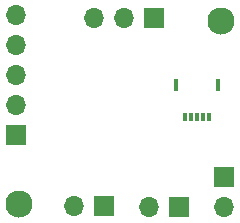
<source format=gts>
%TF.GenerationSoftware,KiCad,Pcbnew,(6.0.7)*%
%TF.CreationDate,2023-03-06T16:25:38-05:00*%
%TF.ProjectId,joycon,6a6f7963-6f6e-42e6-9b69-6361645f7063,rev?*%
%TF.SameCoordinates,Original*%
%TF.FileFunction,Soldermask,Top*%
%TF.FilePolarity,Negative*%
%FSLAX46Y46*%
G04 Gerber Fmt 4.6, Leading zero omitted, Abs format (unit mm)*
G04 Created by KiCad (PCBNEW (6.0.7)) date 2023-03-06 16:25:38*
%MOMM*%
%LPD*%
G01*
G04 APERTURE LIST*
%ADD10C,2.300000*%
%ADD11R,1.700000X1.700000*%
%ADD12O,1.700000X1.700000*%
%ADD13R,0.300000X1.000000*%
%ADD14R,0.300000X0.700000*%
G04 APERTURE END LIST*
D10*
%TO.C,REF\u002A\u002A*%
X131100000Y-105000000D03*
%TD*%
%TO.C,REF\u002A\u002A*%
X148200000Y-89500000D03*
%TD*%
D11*
%TO.C,J3*%
X142525000Y-89225000D03*
D12*
X139985000Y-89225000D03*
X137445000Y-89225000D03*
%TD*%
D11*
%TO.C,J2*%
X130800000Y-99160000D03*
D12*
X130800000Y-96620000D03*
X130800000Y-94080000D03*
X130800000Y-91540000D03*
X130800000Y-89000000D03*
%TD*%
D11*
%TO.C,J7*%
X148400000Y-102700000D03*
D12*
X148400000Y-105240000D03*
%TD*%
D11*
%TO.C,J8*%
X144650000Y-105225000D03*
D12*
X142110000Y-105225000D03*
%TD*%
D11*
%TO.C,J9*%
X138300000Y-105200000D03*
D12*
X135760000Y-105200000D03*
%TD*%
D13*
%TO.C,J1*%
X144360000Y-94950000D03*
X147940000Y-94950000D03*
D14*
X145150000Y-97600000D03*
X145650000Y-97600000D03*
X146150000Y-97600000D03*
X146650000Y-97600000D03*
X147150000Y-97600000D03*
%TD*%
M02*

</source>
